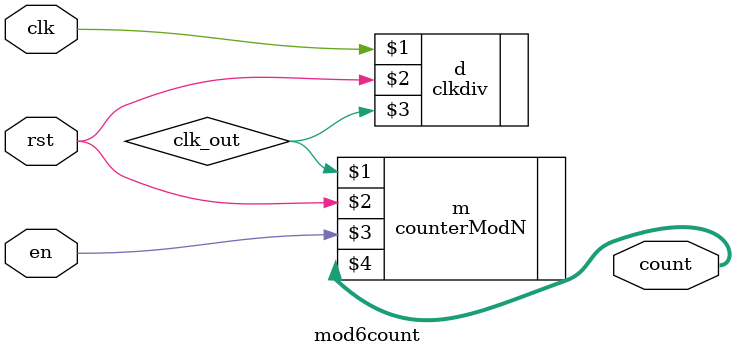
<source format=v>
`timescale 1ns / 1ps


module mod6count(
input clk , rst , en , output [3:0] count
    );
    wire clk_out ;
    clkdiv d(clk, rst , clk_out);
    counterModN #(3 ,6) m(clk_out , rst , en , count);
endmodule

</source>
